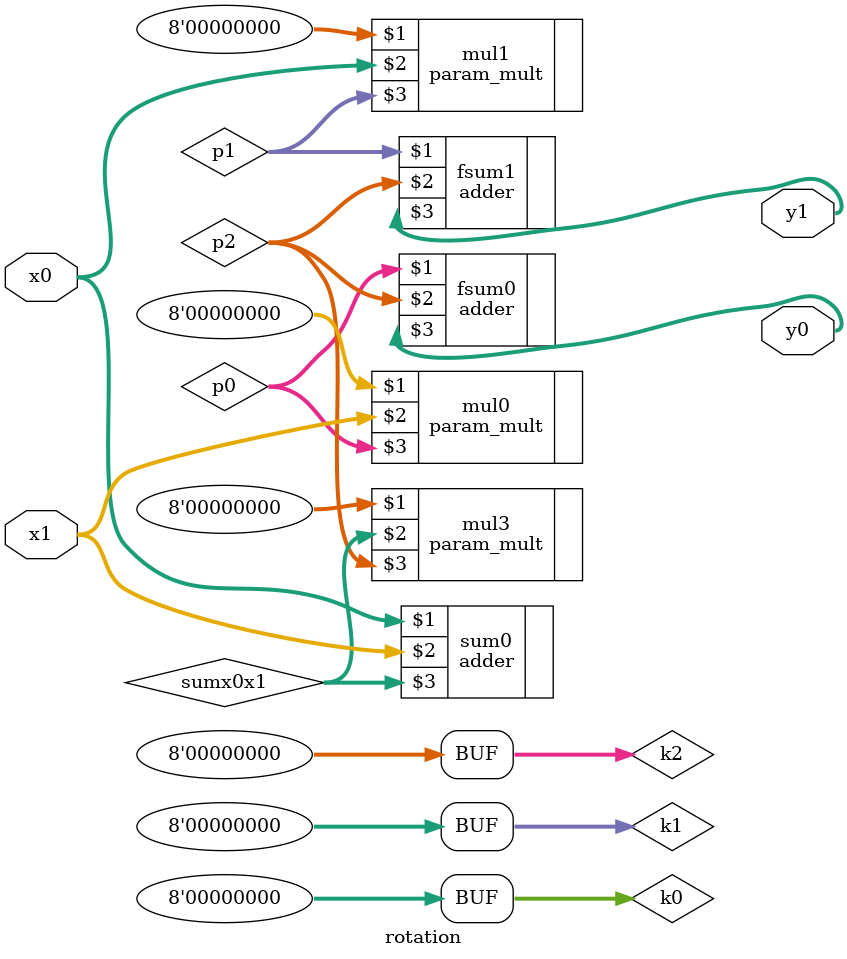
<source format=sv>

module rotation #(
    parameter WIDTH = 8,
    parameter A = 8'h00,
    parameter BMA = 8'h00, // NOTE THAT IF SIGNALS GROW LARGER THAN 32 this wont hold. 
    parameter NAPB = 8'h00
) (
    input logic [WIDTH-1:0] x0, x1,
    output logic [2*WIDTH-1:0] y0, y1
);
  // create necessary  constant 'input' signals
  logic [WIDTH-1:0] k0, k1; 
  logic [WIDTH-1:0] k2;  // needs to be wider, as k3 * (x0 + x1) 

  // create other signals 
  logic [WIDTH-1:0] sumx0x1;
  logic [WIDTH*2-1:0] p0, p1, p2;

  logic [WIDTH*2-1:0] ly0, ly1;

  // assign signals 
  // RIGHT NOW PARAMETERS ARE SIGNED INTS
  // WILL IT PROPERLY CAST to logic signal?
  assign k0 = BMA; // want the top WIDTH bits of signal
  assign k1 = NAPB; 
  assign k2 = A; // want the top WIDTH + 1


  // create / connect modules 
  // initial addition x0+x1
  adder #(WIDTH) sum0(x0, x1, sumx0x1);

  // Carry out Multiplications 
  param_mult #(WIDTH) mul0(k0, x1,  p0);
  param_mult #(WIDTH) mul1(k1, x0,  p1);
  param_mult #(WIDTH) mul3(k2, sumx0x1, p2);

  // Create  long pdts
  adder #(WIDTH*2) fsum0(p0, p2, y0); // If I truncate, change back
  adder #(WIDTH*2) fsum1(p1, p2, y1); // If I truncate, change back

  // truncate long pdts  FOR NOW , KEEP IT UNTRUNCATED for NOW
  // truncate #((WIDTH*2), (WIDTH)) trunc0(ly0, y0);
  // truncate #((WIDTH*2), (WIDTH)) trunc1(ly0, y1);

endmodule
</source>
